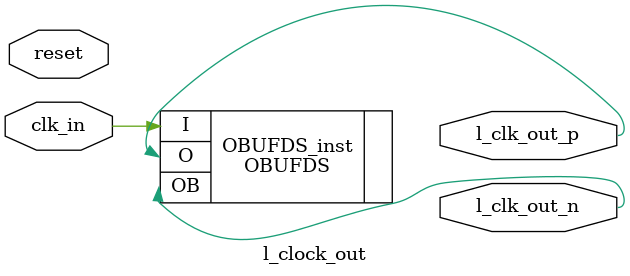
<source format=v>
`timescale 1ns / 1ps


module l_clock_out(
    input wire clk_in,        // Input clock signal
    input wire reset,         // Reset signal
    output wire l_clk_out_p,    // Positive LVDS clock output
    output wire l_clk_out_n     // Negative LVDS clock output
);

    // Internal signals

// OBUFDS: Differential Output Buffer
//         7 Series
// Xilinx HDL Language Template, version 2025.1

OBUFDS #(
   .IOSTANDARD("LVDS_25"), // Specify the output I/O standard  LVDS_25
   .SLEW("SLOW")           // Specify the output slew rate
) OBUFDS_inst (
   .O(l_clk_out_p),     // Diff_p output (connect directly to top-level port)
   .OB(l_clk_out_n),   // Diff_n output (connect directly to top-level port)
   .I(clk_in)      // Buffer input
);

// End of OBUFDS_inst instantiation

endmodule
</source>
